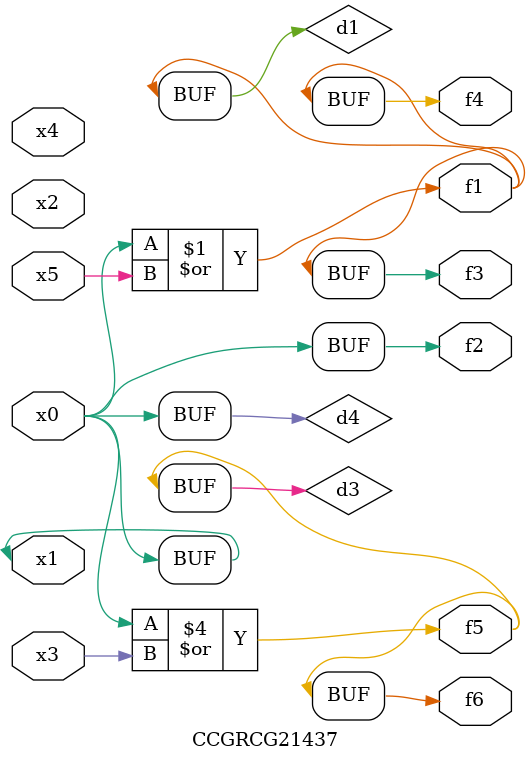
<source format=v>
module CCGRCG21437(
	input x0, x1, x2, x3, x4, x5,
	output f1, f2, f3, f4, f5, f6
);

	wire d1, d2, d3, d4;

	or (d1, x0, x5);
	xnor (d2, x1, x4);
	or (d3, x0, x3);
	buf (d4, x0, x1);
	assign f1 = d1;
	assign f2 = d4;
	assign f3 = d1;
	assign f4 = d1;
	assign f5 = d3;
	assign f6 = d3;
endmodule

</source>
